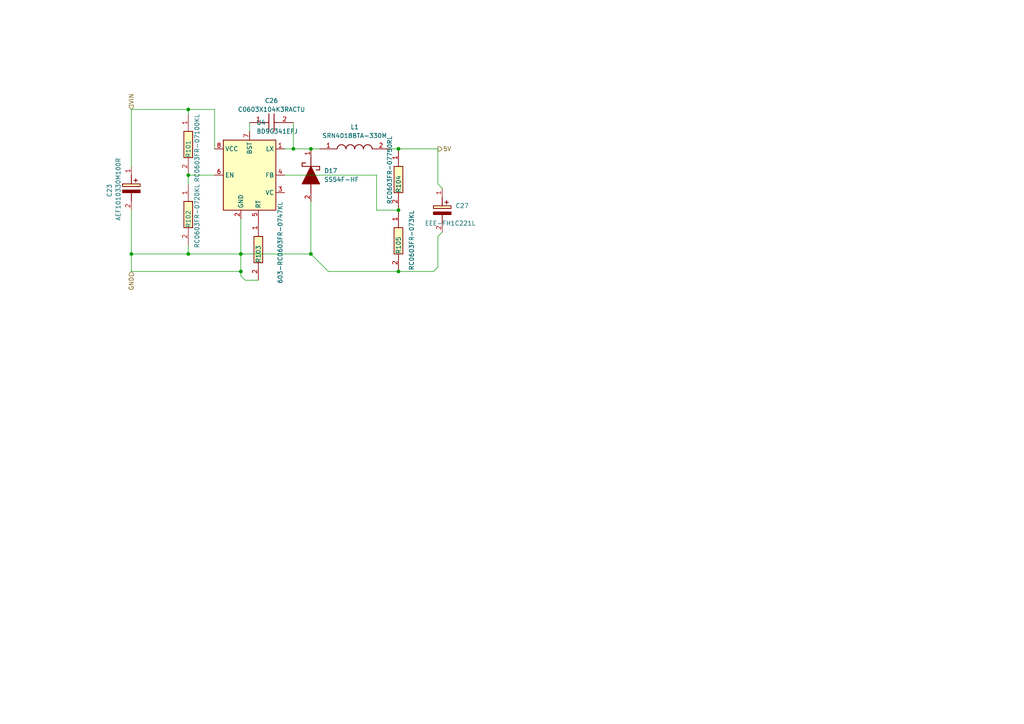
<source format=kicad_sch>
(kicad_sch (version 20230121) (generator eeschema)
  (paper "A4")
  (lib_symbols
    (symbol "Library:AEF1010330M100R" (pin_names hide)
      (property "Reference" "C" (at 8.89 6.35 0))
      (property "Value" "AEF1010330M100R" (at 8.89 3.81 0))
      (symbol "AEF1010330M100R_1_1"
        (polyline (pts (xy 2.54 0) (xy 5.08 0)) (stroke (width 0.254)))
        (polyline (pts (xy 4.064 1.778) (xy 4.064 0.762)) (stroke (width 0.254)))
        (polyline (pts (xy 4.572 1.27) (xy 3.556 1.27)) (stroke (width 0.254)))
        (polyline (pts (xy 7.62 0) (xy 10.16 0)) (stroke (width 0.254)))
        (polyline (pts (xy 7.62 2.54) (xy 7.62 -2.54) (xy 6.858 -2.54) (xy 6.858 2.54) (xy 7.62 2.54)) (stroke (width 0.254)) (fill (type outline)))
        (rectangle (start 5.08 2.54) (end 5.842 -2.54) (stroke (width 0.254)) (fill (type background)))
        (pin passive line (at 0 0 0) (length 2.54) (name "+") (number "1"))
        (pin passive line (at 12.7 0 180) (length 2.54) (name "-") (number "2"))
      )
    )
    (symbol "Library:BD9G341EFJ"
      (property "Reference" "U" (at -6.35 11.43 0))
      (property "Value" "BD9G341EFJ" (at 7.62 11.43 0))
      (symbol "BD9G341EFJ_0_1"
        (rectangle (start -7.62 10.16) (end 7.62 -10.16) (stroke (width 0.254)) (fill (type background)))
      )
      (symbol "BD9G341EFJ_1_1"
        (pin passive line (at 10.16 7.62 180) (length 2.54) (name "LX") (number "1"))
        (pin power_in line (at -2.54 -12.7 90) (length 2.54) (name "GND") (number "2"))
        (pin output line (at 10.16 -5.08 180) (length 2.54) (name "VC") (number "3"))
        (pin input line (at 10.16 0 180) (length 2.54) (name "FB") (number "4"))
        (pin input line (at 2.54 -12.7 90) (length 2.54) (name "RT") (number "5"))
        (pin input line (at -10.16 0 0) (length 2.54) (name "EN") (number "6"))
        (pin input line (at 0 12.7 270) (length 2.54) (name "BST") (number "7"))
        (pin power_in line (at -10.16 7.62 0) (length 2.54) (name "VCC") (number "8"))
      )
    )
    (symbol "Library:C0603X104K3RACTU" (pin_names hide)
      (property "Reference" "C" (at 8.89 6.35 0))
      (property "Value" "C0603X104K3RACTU" (at 8.89 3.81 0))
      (symbol "C0603X104K3RACTU_1_1"
        (polyline (pts (xy 5.08 0) (xy 5.588 0)) (stroke (width 0.254)))
        (polyline (pts (xy 5.588 2.54) (xy 5.588 -2.54)) (stroke (width 0.254)))
        (polyline (pts (xy 7.112 0) (xy 7.62 0)) (stroke (width 0.254)))
        (polyline (pts (xy 7.112 2.54) (xy 7.112 -2.54)) (stroke (width 0.254)))
        (pin passive line (at 0 0 0) (length 5.08) (name "1") (number "1"))
        (pin passive line (at 12.7 0 180) (length 5.08) (name "2") (number "2"))
      )
    )
    (symbol "Library:EEE-FH1C221L" (pin_names hide)
      (property "Reference" "C" (at 8.89 6.35 0))
      (property "Value" "EEE-FH1C221L" (at 8.89 3.81 0))
      (symbol "EEE-FH1C221L_1_1"
        (polyline (pts (xy 2.54 0) (xy 5.08 0)) (stroke (width 0.254)))
        (polyline (pts (xy 4.064 1.778) (xy 4.064 0.762)) (stroke (width 0.254)))
        (polyline (pts (xy 4.572 1.27) (xy 3.556 1.27)) (stroke (width 0.254)))
        (polyline (pts (xy 7.62 0) (xy 10.16 0)) (stroke (width 0.254)))
        (polyline (pts (xy 7.62 2.54) (xy 7.62 -2.54) (xy 6.858 -2.54) (xy 6.858 2.54) (xy 7.62 2.54)) (stroke (width 0.254)) (fill (type outline)))
        (rectangle (start 5.08 2.54) (end 5.842 -2.54) (stroke (width 0.254)) (fill (type background)))
        (pin passive line (at 0 0 0) (length 2.54) (name "+") (number "1"))
        (pin passive line (at 12.7 0 180) (length 2.54) (name "-") (number "2"))
      )
    )
    (symbol "Library:RC0603FR-07100KL" (pin_names hide)
      (property "Reference" "R" (at 13.97 6.35 0))
      (property "Value" "RC0603FR-07100KL" (at 13.97 3.81 0))
      (symbol "RC0603FR-07100KL_1_1"
        (rectangle (start 5.08 1.27) (end 12.7 -1.27) (stroke (width 0.254)) (fill (type background)))
        (pin passive line (at 0 0 0) (length 5.08) (name "1") (number "1"))
        (pin passive line (at 17.78 0 180) (length 5.08) (name "2") (number "2"))
      )
    )
    (symbol "Library:SRN4018BTA-330M" (pin_names hide)
      (property "Reference" "L" (at 16.51 6.35 0))
      (property "Value" "SRN4018BTA-330M" (at 16.51 3.81 0))
      (symbol "SRN4018BTA-330M_1_1"
        (arc (start 7.62 0) (mid 6.35 1.219) (end 5.08 0) (stroke (width 0.254)))
        (arc (start 10.16 0) (mid 8.89 1.219) (end 7.62 0) (stroke (width 0.254)))
        (arc (start 12.7 0) (mid 11.43 1.219) (end 10.16 0) (stroke (width 0.254)))
        (arc (start 15.24 0) (mid 13.97 1.219) (end 12.7 0) (stroke (width 0.254)))
        (pin passive line (at 0 0 0) (length 5.08) (name "1") (number "1"))
        (pin passive line (at 20.32 0 180) (length 5.08) (name "2") (number "2"))
      )
    )
    (symbol "Library:SS54F-HF" (pin_names hide)
      (property "Reference" "D" (at 12.7 8.89 0))
      (property "Value" "SS54F-HF" (at 12.7 6.35 0))
      (symbol "SS54F-HF_1_1"
        (polyline (pts (xy 5.08 0) (xy 7.62 0)) (stroke (width 0.254)))
        (polyline (pts (xy 6.604 -1.524) (xy 6.604 -2.54)) (stroke (width 0.254)))
        (polyline (pts (xy 7.62 -2.54) (xy 6.604 -2.54)) (stroke (width 0.254)))
        (polyline (pts (xy 7.62 2.54) (xy 7.62 -2.54)) (stroke (width 0.254)))
        (polyline (pts (xy 7.62 2.54) (xy 8.636 2.54)) (stroke (width 0.254)))
        (polyline (pts (xy 8.636 1.524) (xy 8.636 2.54)) (stroke (width 0.254)))
        (polyline (pts (xy 12.7 0) (xy 15.24 0)) (stroke (width 0.254)))
        (polyline (pts (xy 7.62 0) (xy 12.7 2.54) (xy 12.7 -2.54) (xy 7.62 0)) (stroke (width 0.254)) (fill (type outline)))
        (pin output line (at 2.54 0 0) (length 2.54) (name "K") (number "1"))
        (pin input line (at 17.78 0 180) (length 2.54) (name "A") (number "2"))
      )
    )
  )
  (junction (at 69.85 78.74))
  (junction (at 115.57 78.74))
  (junction (at 85.09 43.18))
  (junction (at 54.61 73.66))
  (junction (at 38.1 73.66))
  (junction (at 69.85 73.66))
  (junction (at 115.57 60.96))
  (junction (at 54.61 31.75))
  (junction (at 115.57 43.18))
  (junction (at 90.17 73.66))
  (junction (at 54.61 50.8))
  (junction (at 90.17 43.18))
  (wire (pts (xy 62.23 31.75) (xy 62.23 43.18)))
  (wire (pts (xy 127 43.18) (xy 127 53.34)))
  (wire (pts (xy 82.55 50.8) (xy 109.22 50.8)))
  (wire (pts (xy 82.55 43.18) (xy 85.09 43.18)))
  (wire (pts (xy 69.85 73.66) (xy 69.85 78.74)))
  (wire (pts (xy 54.61 31.75) (xy 54.61 33.02)))
  (wire (pts (xy 127 68.58) (xy 127 77.47)))
  (wire (pts (xy 128.27 67.31) (xy 127 68.58)))
  (wire (pts (xy 38.1 78.74) (xy 38.1 73.66)))
  (wire (pts (xy 127 77.47) (xy 125.73 78.74)))
  (wire (pts (xy 127 53.34) (xy 128.27 54.61)))
  (wire (pts (xy 69.85 63.5) (xy 69.85 73.66)))
  (wire (pts (xy 69.85 78.74) (xy 69.85 80.01)))
  (wire (pts (xy 54.61 50.8) (xy 62.23 50.8)))
  (wire (pts (xy 90.17 58.42) (xy 90.17 73.66)))
  (wire (pts (xy 71.12 81.28) (xy 69.85 80.01)))
  (wire (pts (xy 109.22 50.8) (xy 109.22 60.96)))
  (wire (pts (xy 115.57 43.18) (xy 127 43.18)))
  (wire (pts (xy 115.57 78.74) (xy 95.25 78.74)))
  (wire (pts (xy 115.57 43.18) (xy 113.03 43.18)))
  (wire (pts (xy 54.61 73.66) (xy 69.85 73.66)))
  (wire (pts (xy 54.61 31.75) (xy 62.23 31.75)))
  (wire (pts (xy 38.1 73.66) (xy 54.61 73.66)))
  (wire (pts (xy 54.61 71.12) (xy 54.61 73.66)))
  (wire (pts (xy 85.09 43.18) (xy 90.17 43.18)))
  (wire (pts (xy 85.09 35.56) (xy 85.09 43.18)))
  (wire (pts (xy 71.12 81.28) (xy 74.93 81.28)))
  (wire (pts (xy 38.1 48.26) (xy 38.1 31.75)))
  (wire (pts (xy 38.1 31.75) (xy 54.61 31.75)))
  (wire (pts (xy 109.22 60.96) (xy 115.57 60.96)))
  (wire (pts (xy 95.25 78.74) (xy 90.17 73.66)))
  (wire (pts (xy 38.1 78.74) (xy 69.85 78.74)))
  (wire (pts (xy 72.39 35.56) (xy 72.39 38.1)))
  (wire (pts (xy 54.61 50.8) (xy 54.61 53.34)))
  (wire (pts (xy 69.85 73.66) (xy 90.17 73.66)))
  (wire (pts (xy 115.57 78.74) (xy 125.73 78.74)))
  (wire (pts (xy 38.1 60.96) (xy 38.1 73.66)))
  (wire (pts (xy 90.17 43.18) (xy 92.71 43.18)))
  (hierarchical_label "VIN" (shape input) (at 38.1 31.75 90))
  (hierarchical_label "GND" (shape input) (at 38.1 78.74 270))
  (hierarchical_label "5V" (shape output) (at 127 43.18 0))
  (symbol (lib_id "Library:RC0603FR-07100KL") (at 74.93 63.5 270) (unit 1)
    (property "Reference" "R103" (at 74.93 71.12 0) (effects (justify left)))
    (property "Value" "603-RC0603FR-0747KL" (at 81.28 58.42 0) (effects (justify left)))
    (property "Footprint" "Samacsys:RESC1608X55N" (effects hide))
    (property "Datasheet" "https://www.yageo.com/upload/media/product/productsearch/datasheet/rchip/PYu-RC_Group_51_RoHS_L_12.pdf" (effects hide))
    (property "Height" "0.55" (effects hide))
    (property "Mouser Part Number" "603-RC0603FR-07100KL" (effects hide))
    (property "Mouser Price/Stock" "https://www.mouser.co.uk/ProductDetail/YAGEO/RC0603FR-07100KL?qs=e1ok2LiJcmaihem8Va5%2Fsw%3D%3D" (effects hide))
    (property "Manufacturer_Name" "YAGEO" (effects hide))
    (property "Manufacturer_Part_Number" "RC0603FR-07100KL" (effects hide))
  )
  (symbol (lib_id "Library:AEF1010330M100R") (at 38.1 48.26 270) (unit 1)
    (property "Reference" "C23" (at 31.75 53.34 0) (effects (justify left)))
    (property "Value" "AEF1010330M100R" (at 34.29 45.72 0) (effects (justify left)))
    (property "Footprint" "Samacsys:AEF1010330M100R" (effects hide))
    (property "Datasheet" "https://datasheets.kyocera-avx.com/kyocera-avx-aef-series.pdf" (effects hide))
    (property "Height" "11" (effects hide))
    (property "Manufacturer_Name" "Kyocera AVX" (effects hide))
    (property "Manufacturer_Part_Number" "AEF1010330M100R" (effects hide))
  )
  (symbol (lib_id "Library:RC0603FR-07100KL") (at 115.57 60.96 270) (unit 1)
    (property "Reference" "R105" (at 115.57 68.58 0) (effects (justify left)))
    (property "Value" "RC0603FR-073KL" (at 119.38 60.96 0) (effects (justify left)))
    (property "Footprint" "Samacsys:RESC1608X55N" (effects hide))
    (property "Datasheet" "https://www.yageo.com/upload/media/product/productsearch/datasheet/rchip/PYu-RC_Group_51_RoHS_L_12.pdf" (effects hide))
    (property "Height" "0.55" (effects hide))
    (property "Mouser Part Number" "603-RC0603FR-07100KL" (effects hide))
    (property "Mouser Price/Stock" "https://www.mouser.co.uk/ProductDetail/YAGEO/RC0603FR-07100KL?qs=e1ok2LiJcmaihem8Va5%2Fsw%3D%3D" (effects hide))
    (property "Manufacturer_Name" "YAGEO" (effects hide))
    (property "Manufacturer_Part_Number" "RC0603FR-07100KL" (effects hide))
  )
  (symbol (lib_id "Library:EEE-FH1C221L") (at 128.27 54.61 270) (unit 1)
    (property "Reference" "C27" (at 132.08 59.69 90) (effects (justify left)))
    (property "Value" "EEE-FH1C221L" (at 123.19 64.77 90) (effects (justify left)))
    (property "Footprint" "SamacSys_Parts:EEETC1V470P" (effects hide))
    (property "Datasheet" "https://industrial.panasonic.com/cdbs/www-data/pdf/RDE0000/ast-ind-166561.pdf" (effects hide))
    (property "Mouser Part Number" "667-EEE-FH1C221L" (effects hide))
    (property "Mouser Price/Stock" "https://www.mouser.co.uk/ProductDetail/Panasonic/EEE-FH1C221L?qs=11PymoJGorKQyHAO5UWp%2FQ%3D%3D" (effects hide))
    (property "Manufacturer_Name" "Panasonic" (effects hide))
    (property "Manufacturer_Part_Number" "EEE-FH1C221L" (effects hide))
    (instances (project "pasive_balance_rev4" (path "" (reference "C27") (unit 1)) (path "" (reference "C27") (unit 1))) (project "pasive_balance_rev2" (path "" (reference "C64") (unit 1))))
  )
  (symbol (lib_id "Library:SS54F-HF") (at 90.17 40.64 270) (unit 1)
    (property "Reference" "D17" (at 93.98 49.53 90) (effects (justify left)))
    (property "Value" "SS54F-HF" (at 93.98 52.07 90) (effects (justify left)))
    (property "Footprint" "Samacsys:SODFL4626X120N" (effects hide))
    (property "Datasheet" "http://www.comchiptech.com/admin/files/product/20190806174558.pdf" (effects hide))
    (property "Height" "1.2" (effects hide))
    (property "Mouser Part Number" "750-SS54F-HF" (effects hide))
    (property "Mouser Price/Stock" "https://www.mouser.co.uk/ProductDetail/Comchip-Technology/SS54F-HF?qs=GBLSl2Akirv9e2Io%252BmNS2w%3D%3D" (effects hide))
    (property "Manufacturer_Name" "Comchip Technology" (effects hide))
    (property "Manufacturer_Part_Number" "SS54F-HF" (effects hide))
    (instances (project "pasive_balance_rev4" (path "" (reference "D17") (unit 1)) (path "" (reference "D17") (unit 1))) (project "pasive_balance_rev2" (path "" (reference "D3") (unit 1))))
  )
  (symbol (lib_id "Library:RC0603FR-07100KL") (at 54.61 33.02 270) (unit 1)
    (property "Reference" "R101" (at 54.61 40.64 0) (effects (justify left)))
    (property "Value" "RC0603FR-07100KL" (at 57.15 33.02 0) (effects (justify left)))
    (property "Footprint" "Samacsys:RESC1608X55N" (effects hide))
    (property "Datasheet" "https://www.yageo.com/upload/media/product/productsearch/datasheet/rchip/PYu-RC_Group_51_RoHS_L_12.pdf" (effects hide))
    (property "Height" "0.55" (effects hide))
    (property "Mouser Part Number" "603-RC0603FR-07100KL" (effects hide))
    (property "Mouser Price/Stock" "https://www.mouser.co.uk/ProductDetail/YAGEO/RC0603FR-07100KL?qs=e1ok2LiJcmaihem8Va5%2Fsw%3D%3D" (effects hide))
    (property "Manufacturer_Name" "YAGEO" (effects hide))
    (property "Manufacturer_Part_Number" "RC0603FR-07100KL" (effects hide))
  )
  (symbol (lib_id "Library:C0603X104K3RACTU") (at 72.39 35.56 0) (unit 1)
    (property "Reference" "C26" (at 78.74 29.21 0))
    (property "Value" "C0603X104K3RACTU" (at 78.74 31.75 0))
    (property "Footprint" "Samacsys:C0603" (effects hide))
    (property "Datasheet" "https://content.kemet.com/datasheets/KEM_C1013_X7R_FT-CAP_SMD.pdf" (effects hide))
    (property "Height" "0.87" (effects hide))
    (property "Mouser Part Number" "80-C0603X104K3R" (effects hide))
    (property "Mouser Price/Stock" "https://www.mouser.co.uk/ProductDetail/KEMET/C0603X104K3RACTU?qs=p6yRp5s%252B%2FXS7esScB96mFA%3D%3D" (effects hide))
    (property "Manufacturer_Name" "KEMET" (effects hide))
    (property "Manufacturer_Part_Number" "C0603X104K3RACTU" (effects hide))
  )
  (symbol (lib_id "Library:RC0603FR-07100KL") (at 115.57 43.18 270) (unit 1)
    (property "Reference" "R104" (at 115.57 50.8 0) (effects (justify left)))
    (property "Value" "RC0603FR-07750RL" (at 113.03 39.37 0) (effects (justify left)))
    (property "Footprint" "Samacsys:RESC1608X55N" (effects hide))
    (property "Datasheet" "https://www.yageo.com/upload/media/product/productsearch/datasheet/rchip/PYu-RC_Group_51_RoHS_L_12.pdf" (effects hide))
    (property "Height" "0.55" (effects hide))
    (property "Mouser Part Number" "603-RC0603FR-07100KL" (effects hide))
    (property "Mouser Price/Stock" "https://www.mouser.co.uk/ProductDetail/YAGEO/RC0603FR-07100KL?qs=e1ok2LiJcmaihem8Va5%2Fsw%3D%3D" (effects hide))
    (property "Manufacturer_Name" "YAGEO" (effects hide))
    (property "Manufacturer_Part_Number" "RC0603FR-07100KL" (effects hide))
  )
  (symbol (lib_id "Library:SRN4018BTA-330M") (at 92.71 43.18 0) (unit 1)
    (property "Reference" "L1" (at 102.87 36.83 0))
    (property "Value" "SRN4018BTA-330M" (at 102.87 39.37 0))
    (property "Footprint" "SamacSys_Parts:SRN4018BTA330M" (effects hide))
    (property "Datasheet" "https://www.bourns.com/docs/Product-Datasheets/SRN4018BTA.pdf" (effects hide))
    (property "Height" "1.8" (effects hide))
    (property "Mouser Part Number" "652-SRN4018BTA-330M" (effects hide))
    (property "Mouser Price/Stock" "https://www.mouser.co.uk/ProductDetail/Bourns/SRN4018BTA-330M?qs=VJzv269c%252BPZuR%252BmDiuhp1g%3D%3D" (effects hide))
    (property "Manufacturer_Name" "Bourns" (effects hide))
    (property "Manufacturer_Part_Number" "SRN4018BTA-330M" (effects hide))
  )
  (symbol (lib_id "Library:BD9G341EFJ") (at 72.39 50.8 0) (unit 1)
    (property "Reference" "U4" (at 74.3459 35.56 0) (effects (justify left)))
    (property "Value" "BD9G341EFJ" (at 74.3459 38.1 0) (effects (justify left)))
    (property "Footprint" "Package_SO:HTSOP-8-1EP_3.9x4.9mm_P1.27mm_EP2.4x3.2mm_ThermalVias" (effects hide))
    (property "Datasheet" "https://media.digikey.com/pdf/Data%20Sheets/Rohm%20PDFs/BD9G341EFJ.pdf" (effects hide))
  )
  (symbol (lib_id "Library:RC0603FR-07100KL") (at 54.61 53.34 270) (unit 1)
    (property "Reference" "R102" (at 54.61 60.96 0) (effects (justify left)))
    (property "Value" "RC0603FR-0720KL" (at 57.15 53.34 0) (effects (justify left)))
    (property "Footprint" "Samacsys:RESC1608X55N" (effects hide))
    (property "Datasheet" "https://www.yageo.com/upload/media/product/productsearch/datasheet/rchip/PYu-RC_Group_51_RoHS_L_12.pdf" (effects hide))
    (property "Height" "0.55" (effects hide))
    (property "Mouser Part Number" "603-RC0603FR-07100KL" (effects hide))
    (property "Mouser Price/Stock" "https://www.mouser.co.uk/ProductDetail/YAGEO/RC0603FR-07100KL?qs=e1ok2LiJcmaihem8Va5%2Fsw%3D%3D" (effects hide))
    (property "Manufacturer_Name" "YAGEO" (effects hide))
    (property "Manufacturer_Part_Number" "RC0603FR-07100KL" (effects hide))
  )
)
</source>
